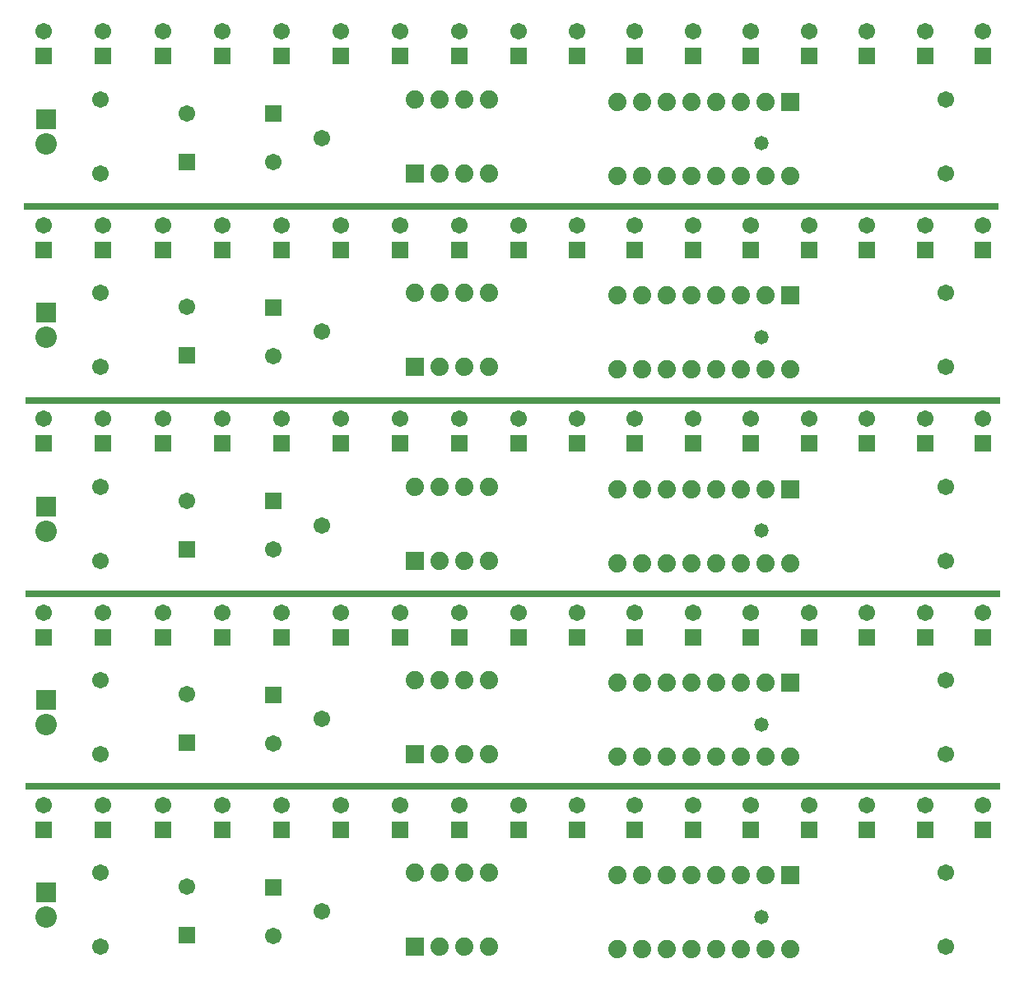
<source format=gbs>
G04 Layer_Color=16711935*
%FSLAX25Y25*%
%MOIN*%
G70*
G01*
G75*
%ADD29R,0.06706X0.06706*%
%ADD30C,0.06706*%
%ADD31R,0.06737X0.06737*%
%ADD32C,0.06737*%
%ADD33R,0.07400X0.07400*%
%ADD34C,0.07400*%
%ADD35R,0.07887X0.07887*%
%ADD36C,0.08674*%
%ADD37R,3.94501X0.03162*%
%ADD38C,0.05800*%
D29*
X11500Y373500D02*
D03*
X35500D02*
D03*
X60000D02*
D03*
X84000D02*
D03*
X108000D02*
D03*
X132000D02*
D03*
X156000D02*
D03*
X180000D02*
D03*
X204000D02*
D03*
X227500D02*
D03*
X69500Y330657D02*
D03*
X251000Y373500D02*
D03*
X274500D02*
D03*
X298000D02*
D03*
X321500D02*
D03*
X345000D02*
D03*
X368500D02*
D03*
X392000D02*
D03*
X11500Y295000D02*
D03*
X35500D02*
D03*
X60000D02*
D03*
X84000D02*
D03*
X108000D02*
D03*
X132000D02*
D03*
X156000D02*
D03*
X180000D02*
D03*
X204000D02*
D03*
X227500D02*
D03*
X69500Y252157D02*
D03*
X251000Y295000D02*
D03*
X274500D02*
D03*
X298000D02*
D03*
X321500D02*
D03*
X345000D02*
D03*
X368500D02*
D03*
X392000D02*
D03*
X11500Y216500D02*
D03*
X35500D02*
D03*
X60000D02*
D03*
X84000D02*
D03*
X108000D02*
D03*
X132000D02*
D03*
X156000D02*
D03*
X180000D02*
D03*
X204000D02*
D03*
X227500D02*
D03*
X69500Y173657D02*
D03*
X251000Y216500D02*
D03*
X274500D02*
D03*
X298000D02*
D03*
X321500D02*
D03*
X345000D02*
D03*
X368500D02*
D03*
X392000D02*
D03*
X11500Y138000D02*
D03*
X35500D02*
D03*
X60000D02*
D03*
X84000D02*
D03*
X108000D02*
D03*
X132000D02*
D03*
X156000D02*
D03*
X180000D02*
D03*
X204000D02*
D03*
X227500D02*
D03*
X69500Y95157D02*
D03*
X251000Y138000D02*
D03*
X274500D02*
D03*
X298000D02*
D03*
X321500D02*
D03*
X345000D02*
D03*
X368500D02*
D03*
X392000D02*
D03*
X204000Y60000D02*
D03*
X180000D02*
D03*
X156000D02*
D03*
X132000D02*
D03*
X108000D02*
D03*
X84000D02*
D03*
X60000D02*
D03*
X35500D02*
D03*
X11500D02*
D03*
X392000D02*
D03*
X368500D02*
D03*
X345000D02*
D03*
X321500D02*
D03*
X298000D02*
D03*
X274500D02*
D03*
X251000D02*
D03*
X227500D02*
D03*
X69500Y17157D02*
D03*
D30*
X11500Y383500D02*
D03*
X35500D02*
D03*
X60000D02*
D03*
X84000D02*
D03*
X108000D02*
D03*
X132000D02*
D03*
X156000D02*
D03*
X180000D02*
D03*
X204000D02*
D03*
X34500Y326000D02*
D03*
Y356000D02*
D03*
X227500Y383500D02*
D03*
X69500Y350343D02*
D03*
X251000Y383500D02*
D03*
X274500D02*
D03*
X298000D02*
D03*
X321500D02*
D03*
X345000D02*
D03*
X368500D02*
D03*
X392000D02*
D03*
X377000Y326000D02*
D03*
Y356000D02*
D03*
X11500Y305000D02*
D03*
X35500D02*
D03*
X60000D02*
D03*
X84000D02*
D03*
X108000D02*
D03*
X132000D02*
D03*
X156000D02*
D03*
X180000D02*
D03*
X204000D02*
D03*
X34500Y247500D02*
D03*
Y277500D02*
D03*
X227500Y305000D02*
D03*
X69500Y271843D02*
D03*
X251000Y305000D02*
D03*
X274500D02*
D03*
X298000D02*
D03*
X321500D02*
D03*
X345000D02*
D03*
X368500D02*
D03*
X392000D02*
D03*
X377000Y247500D02*
D03*
Y277500D02*
D03*
X11500Y226500D02*
D03*
X35500D02*
D03*
X60000D02*
D03*
X84000D02*
D03*
X108000D02*
D03*
X132000D02*
D03*
X156000D02*
D03*
X180000D02*
D03*
X204000D02*
D03*
X34500Y169000D02*
D03*
Y199000D02*
D03*
X227500Y226500D02*
D03*
X69500Y193343D02*
D03*
X251000Y226500D02*
D03*
X274500D02*
D03*
X298000D02*
D03*
X321500D02*
D03*
X345000D02*
D03*
X368500D02*
D03*
X392000D02*
D03*
X377000Y169000D02*
D03*
Y199000D02*
D03*
X11500Y148000D02*
D03*
X35500D02*
D03*
X60000D02*
D03*
X84000D02*
D03*
X108000D02*
D03*
X132000D02*
D03*
X156000D02*
D03*
X180000D02*
D03*
X204000D02*
D03*
X34500Y90500D02*
D03*
Y120500D02*
D03*
X227500Y148000D02*
D03*
X69500Y114843D02*
D03*
X251000Y148000D02*
D03*
X274500D02*
D03*
X298000D02*
D03*
X321500D02*
D03*
X345000D02*
D03*
X368500D02*
D03*
X392000D02*
D03*
X377000Y90500D02*
D03*
Y120500D02*
D03*
X204000Y70000D02*
D03*
X180000D02*
D03*
X156000D02*
D03*
X132000D02*
D03*
X108000D02*
D03*
X84000D02*
D03*
X60000D02*
D03*
X35500D02*
D03*
X11500D02*
D03*
X392000D02*
D03*
X368500D02*
D03*
X345000D02*
D03*
X321500D02*
D03*
X298000D02*
D03*
X274500D02*
D03*
X251000D02*
D03*
X227500D02*
D03*
X377000Y12500D02*
D03*
Y42500D02*
D03*
X34500Y12500D02*
D03*
Y42500D02*
D03*
X69500Y36843D02*
D03*
D31*
X104500Y350185D02*
D03*
Y271685D02*
D03*
Y193185D02*
D03*
Y114685D02*
D03*
Y36685D02*
D03*
D32*
X124185Y340343D02*
D03*
X104500Y330500D02*
D03*
X124185Y261843D02*
D03*
X104500Y252000D02*
D03*
X124185Y183343D02*
D03*
X104500Y173500D02*
D03*
X124185Y104843D02*
D03*
X104500Y95000D02*
D03*
X124185Y26843D02*
D03*
X104500Y17000D02*
D03*
D33*
X314000Y355000D02*
D03*
X162000Y326000D02*
D03*
X314000Y276500D02*
D03*
X162000Y247500D02*
D03*
X314000Y198000D02*
D03*
X162000Y169000D02*
D03*
X314000Y119500D02*
D03*
X162000Y90500D02*
D03*
X314000Y41500D02*
D03*
X162000Y12500D02*
D03*
D34*
X304000Y355000D02*
D03*
X294000D02*
D03*
X284000D02*
D03*
X274000D02*
D03*
X264000D02*
D03*
X254000D02*
D03*
X244000D02*
D03*
Y325000D02*
D03*
X254000D02*
D03*
X264000D02*
D03*
X274000D02*
D03*
X284000D02*
D03*
X294000D02*
D03*
X304000D02*
D03*
X314000D02*
D03*
X172000Y326000D02*
D03*
X182000D02*
D03*
X192000D02*
D03*
Y356000D02*
D03*
X182000D02*
D03*
X172000D02*
D03*
X162000D02*
D03*
X304000Y276500D02*
D03*
X294000D02*
D03*
X284000D02*
D03*
X274000D02*
D03*
X264000D02*
D03*
X254000D02*
D03*
X244000D02*
D03*
Y246500D02*
D03*
X254000D02*
D03*
X264000D02*
D03*
X274000D02*
D03*
X284000D02*
D03*
X294000D02*
D03*
X304000D02*
D03*
X314000D02*
D03*
X172000Y247500D02*
D03*
X182000D02*
D03*
X192000D02*
D03*
Y277500D02*
D03*
X182000D02*
D03*
X172000D02*
D03*
X162000D02*
D03*
X304000Y198000D02*
D03*
X294000D02*
D03*
X284000D02*
D03*
X274000D02*
D03*
X264000D02*
D03*
X254000D02*
D03*
X244000D02*
D03*
Y168000D02*
D03*
X254000D02*
D03*
X264000D02*
D03*
X274000D02*
D03*
X284000D02*
D03*
X294000D02*
D03*
X304000D02*
D03*
X314000D02*
D03*
X172000Y169000D02*
D03*
X182000D02*
D03*
X192000D02*
D03*
Y199000D02*
D03*
X182000D02*
D03*
X172000D02*
D03*
X162000D02*
D03*
X304000Y119500D02*
D03*
X294000D02*
D03*
X284000D02*
D03*
X274000D02*
D03*
X264000D02*
D03*
X254000D02*
D03*
X244000D02*
D03*
Y89500D02*
D03*
X254000D02*
D03*
X264000D02*
D03*
X274000D02*
D03*
X284000D02*
D03*
X294000D02*
D03*
X304000D02*
D03*
X314000D02*
D03*
X172000Y90500D02*
D03*
X182000D02*
D03*
X192000D02*
D03*
Y120500D02*
D03*
X182000D02*
D03*
X172000D02*
D03*
X162000D02*
D03*
X304000Y41500D02*
D03*
X294000D02*
D03*
X284000D02*
D03*
X274000D02*
D03*
X264000D02*
D03*
X254000D02*
D03*
X244000D02*
D03*
Y11500D02*
D03*
X254000D02*
D03*
X264000D02*
D03*
X274000D02*
D03*
X284000D02*
D03*
X294000D02*
D03*
X304000D02*
D03*
X314000D02*
D03*
X172000Y12500D02*
D03*
X182000D02*
D03*
X192000D02*
D03*
Y42500D02*
D03*
X182000D02*
D03*
X172000D02*
D03*
X162000D02*
D03*
D35*
X12500Y348000D02*
D03*
Y269500D02*
D03*
Y191000D02*
D03*
Y112500D02*
D03*
Y34500D02*
D03*
D36*
Y338000D02*
D03*
Y259500D02*
D03*
Y181000D02*
D03*
Y102500D02*
D03*
Y24500D02*
D03*
D37*
X201000Y312500D02*
D03*
X201500Y234000D02*
D03*
Y155500D02*
D03*
Y77500D02*
D03*
D38*
X302100Y338200D02*
D03*
Y259700D02*
D03*
Y181200D02*
D03*
Y102700D02*
D03*
Y24700D02*
D03*
M02*

</source>
